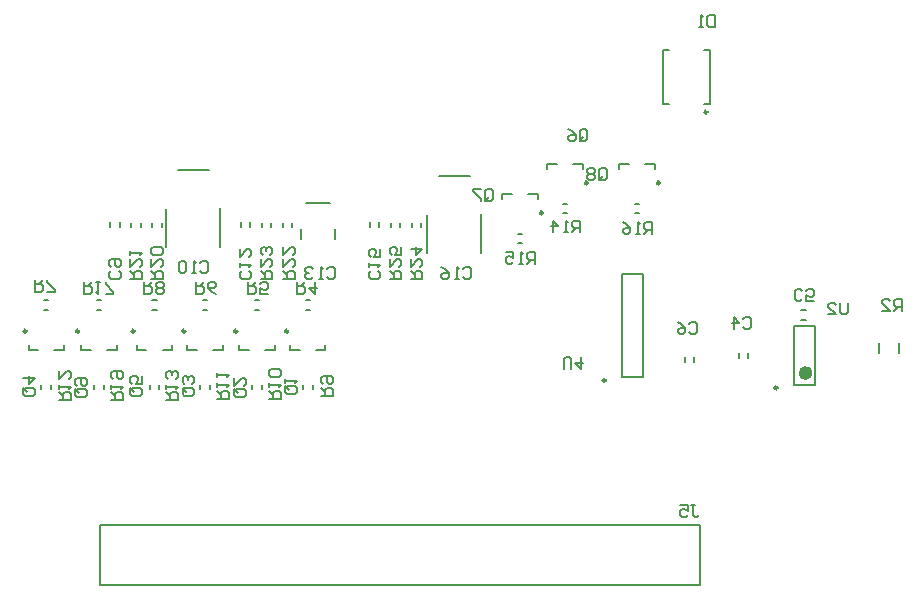
<source format=gbo>
%FSLAX25Y25*%
%MOIN*%
G70*
G01*
G75*
G04 Layer_Color=32896*
%ADD10C,0.00787*%
%ADD11C,0.01575*%
%ADD12C,0.02756*%
%ADD13C,0.03150*%
%ADD14C,0.01969*%
%ADD15C,0.01181*%
%ADD16C,0.03937*%
%ADD17C,0.02362*%
%ADD18C,0.05906*%
%ADD19R,0.03937X0.03937*%
%ADD20O,0.08661X0.02362*%
%ADD21C,0.03937*%
%ADD22R,0.09449X0.06693*%
%ADD23R,0.15748X0.06299*%
%ADD24R,0.07874X0.05512*%
%ADD25R,0.05512X0.07874*%
%ADD26R,0.01181X0.02874*%
%ADD27R,0.02874X0.01181*%
%ADD28R,0.09843X0.09843*%
%ADD29C,0.05906*%
%ADD30R,0.05118X0.05118*%
%ADD31C,0.05118*%
%ADD32R,0.06890X0.06890*%
%ADD33C,0.06890*%
%ADD34C,0.06102*%
%ADD35R,0.06102X0.06102*%
%ADD36R,0.06102X0.06102*%
%ADD37R,0.06102X0.06000*%
%ADD38C,0.19685*%
%ADD39R,0.08071X0.08071*%
%ADD40C,0.08071*%
%ADD41C,0.02756*%
%ADD42C,0.02362*%
%ADD43R,0.10039X0.11614*%
%ADD44R,0.03937X0.03937*%
%ADD45R,0.08976X0.07480*%
%ADD46R,0.02362X0.05512*%
%ADD47R,0.08583X0.06378*%
%ADD48O,0.07008X0.02362*%
%ADD49R,0.07087X0.05906*%
%ADD50C,0.01000*%
%ADD51C,0.00984*%
%ADD52C,0.00591*%
%ADD53C,0.06693*%
%ADD54R,0.04724X0.04724*%
%ADD55O,0.09449X0.03150*%
%ADD56C,0.04724*%
%ADD57R,0.10236X0.07480*%
%ADD58R,0.16535X0.07087*%
%ADD59R,0.08661X0.06299*%
%ADD60R,0.06299X0.08661*%
%ADD61R,0.01969X0.03661*%
%ADD62R,0.03661X0.01969*%
%ADD63R,0.10630X0.10630*%
%ADD64R,0.05906X0.05906*%
%ADD65R,0.07677X0.07677*%
%ADD66C,0.07677*%
%ADD67R,0.06890X0.06890*%
%ADD68R,0.06890X0.06787*%
%ADD69C,0.20472*%
%ADD70R,0.08858X0.08858*%
%ADD71C,0.08858*%
%ADD72C,0.03543*%
%ADD73R,0.10827X0.12402*%
%ADD74R,0.04724X0.04724*%
%ADD75R,0.09764X0.08268*%
%ADD76R,0.03150X0.06299*%
%ADD77R,0.09370X0.07165*%
%ADD78O,0.07795X0.03150*%
%ADD79R,0.07874X0.06693*%
D10*
X155100Y119500D02*
Y132500D01*
X137000Y119700D02*
Y132400D01*
X140900Y145400D02*
X151200D01*
X68100Y121500D02*
Y134500D01*
X50000Y121700D02*
Y134400D01*
X53900Y147400D02*
X64200D01*
X124900Y128300D02*
Y129700D01*
X128100Y128300D02*
Y129700D01*
X135100Y128300D02*
Y129700D01*
X131900Y128300D02*
Y129700D01*
X81900Y128300D02*
Y129700D01*
X85100Y128300D02*
Y129700D01*
X92100Y128300D02*
Y129700D01*
X88900Y128300D02*
Y129700D01*
X38400Y128300D02*
Y129700D01*
X41600Y128300D02*
Y129700D01*
X48600Y128300D02*
Y129700D01*
X45400Y128300D02*
Y129700D01*
X96555Y136158D02*
X104744D01*
X106161Y124425D02*
Y127575D01*
X95138Y124425D02*
Y127575D01*
X121075Y128213D02*
Y129787D01*
X117925Y128213D02*
Y129787D01*
X78075Y128213D02*
Y129787D01*
X74925Y128213D02*
Y129787D01*
X34575Y128213D02*
Y129787D01*
X31425Y128213D02*
Y129787D01*
X261713Y97425D02*
X263287D01*
X261713Y100575D02*
X263287D01*
X244075Y84713D02*
Y86287D01*
X240925Y84713D02*
Y86287D01*
X177094Y149256D02*
X180244D01*
X177094Y147681D02*
Y149256D01*
X185756D02*
X188906D01*
Y147681D02*
Y149256D01*
X45422Y103809D02*
X46822D01*
X45422Y100609D02*
X46822D01*
X26918Y103809D02*
X28318D01*
X26918Y100609D02*
X28318D01*
X9351Y103809D02*
X10751D01*
X9351Y100609D02*
X10751D01*
X62280Y103809D02*
X63680D01*
X62280Y100609D02*
X63680D01*
X79603Y103809D02*
X81003D01*
X79603Y100609D02*
X81003D01*
X96532Y103809D02*
X97932D01*
X96532Y100609D02*
X97932D01*
X201957Y78374D02*
Y112626D01*
X209043Y78374D02*
Y112626D01*
X201957Y78374D02*
X209043D01*
X201957Y112626D02*
X209043D01*
X222925Y83213D02*
Y84787D01*
X226075Y83213D02*
Y84787D01*
X27952Y8779D02*
Y28780D01*
Y8779D02*
X227953D01*
X27952Y28780D02*
X227953D01*
Y8779D02*
Y28780D01*
X231358Y169138D02*
Y187248D01*
X215610Y169138D02*
Y187248D01*
X229350Y169138D02*
X231358D01*
X229350Y187248D02*
X231358D01*
X215610Y169138D02*
X217618D01*
X215610Y187248D02*
X217618D01*
X206300Y136100D02*
X207700D01*
X206300Y132900D02*
X207700D01*
X201095Y149256D02*
X204244D01*
X201095Y147681D02*
Y149256D01*
X209756D02*
X212906D01*
Y147681D02*
Y149256D01*
X167300Y126100D02*
X168700D01*
X167300Y122900D02*
X168700D01*
X162094Y139256D02*
X165244D01*
X162094Y137681D02*
Y139256D01*
X170756D02*
X173906D01*
Y137681D02*
Y139256D01*
X182300Y136100D02*
X183700D01*
X182300Y132900D02*
X183700D01*
X78703Y74300D02*
Y75700D01*
X81903Y74300D02*
Y75700D01*
X95632Y74300D02*
Y75700D01*
X98832Y74300D02*
Y75700D01*
X61380Y74300D02*
Y75700D01*
X64580Y74300D02*
Y75700D01*
X8451Y74300D02*
Y75700D01*
X11651Y74300D02*
Y75700D01*
X44522Y74300D02*
Y75700D01*
X47722Y74300D02*
Y75700D01*
X26018Y74300D02*
Y75700D01*
X29218Y74300D02*
Y75700D01*
X30374Y87244D02*
X33524D01*
Y88819D01*
X21713Y87244D02*
X24862D01*
X21713D02*
Y88819D01*
X48878Y87244D02*
X52028D01*
Y88819D01*
X40216Y87244D02*
X43366D01*
X40216D02*
Y88819D01*
X12807Y87244D02*
X15957D01*
Y88819D01*
X4146Y87244D02*
X7295D01*
X4146D02*
Y88819D01*
X65736Y87244D02*
X68886D01*
Y88819D01*
X57075Y87244D02*
X60224D01*
X57075D02*
Y88819D01*
X83059Y87244D02*
X86209D01*
Y88819D01*
X74398Y87244D02*
X77547D01*
X74398D02*
Y88819D01*
X99988Y87244D02*
X103138D01*
Y88819D01*
X91327Y87244D02*
X94476D01*
X91327D02*
Y88819D01*
X259236Y95342D02*
X266323D01*
X259236Y75657D02*
X266323D01*
Y95342D01*
X259236Y75657D02*
Y95342D01*
X294200Y86300D02*
Y89700D01*
X287800Y86300D02*
Y89700D01*
D17*
X264354Y79594D02*
G03*
X264354Y79594I-1181J0D01*
G01*
D51*
X190579Y142957D02*
G03*
X190579Y142957I-492J0D01*
G01*
X196543Y77153D02*
G03*
X196543Y77153I-492J0D01*
G01*
X230433Y166579D02*
G03*
X230433Y166579I-492J0D01*
G01*
X214579Y142957D02*
G03*
X214579Y142957I-492J0D01*
G01*
X175579Y132957D02*
G03*
X175579Y132957I-492J0D01*
G01*
X21024Y93543D02*
G03*
X21024Y93543I-492J0D01*
G01*
X39528D02*
G03*
X39528Y93543I-492J0D01*
G01*
X3457D02*
G03*
X3457Y93543I-492J0D01*
G01*
X56386D02*
G03*
X56386Y93543I-492J0D01*
G01*
X73709D02*
G03*
X73709Y93543I-492J0D01*
G01*
X90638D02*
G03*
X90638Y93543I-492J0D01*
G01*
X253823Y74654D02*
G03*
X253823Y74654I-492J0D01*
G01*
D52*
X242427Y97525D02*
X243083Y98181D01*
X244395D01*
X245051Y97525D01*
Y94901D01*
X244395Y94245D01*
X243083D01*
X242427Y94901D01*
X239147Y94245D02*
Y98181D01*
X241115Y96213D01*
X238492D01*
X262124Y104220D02*
X261468Y103564D01*
X260156D01*
X259500Y104220D01*
Y106844D01*
X260156Y107500D01*
X261468D01*
X262124Y106844D01*
X266060Y103564D02*
X263436D01*
Y105532D01*
X264748Y104876D01*
X265404D01*
X266060Y105532D01*
Y106844D01*
X265404Y107500D01*
X264092D01*
X263436Y106844D01*
X224427Y96025D02*
X225083Y96680D01*
X226395D01*
X227051Y96025D01*
Y93401D01*
X226395Y92745D01*
X225083D01*
X224427Y93401D01*
X220492Y96680D02*
X221803Y96025D01*
X223115Y94713D01*
Y93401D01*
X222459Y92745D01*
X221147D01*
X220492Y93401D01*
Y94057D01*
X221147Y94713D01*
X223115D01*
X34280Y113624D02*
X34936Y112968D01*
Y111656D01*
X34280Y111000D01*
X31656D01*
X31000Y111656D01*
Y112968D01*
X31656Y113624D01*
Y114936D02*
X31000Y115592D01*
Y116904D01*
X31656Y117560D01*
X34280D01*
X34936Y116904D01*
Y115592D01*
X34280Y114936D01*
X33624D01*
X32968Y115592D01*
Y117560D01*
X77780Y113624D02*
X78436Y112968D01*
Y111656D01*
X77780Y111000D01*
X75156D01*
X74500Y111656D01*
Y112968D01*
X75156Y113624D01*
X74500Y114936D02*
Y116248D01*
Y115592D01*
X78436D01*
X77780Y114936D01*
X74500Y120839D02*
Y118216D01*
X77124Y120839D01*
X77780D01*
X78436Y120183D01*
Y118871D01*
X77780Y118216D01*
X120780Y113624D02*
X121436Y112968D01*
Y111656D01*
X120780Y111000D01*
X118156D01*
X117500Y111656D01*
Y112968D01*
X118156Y113624D01*
X117500Y114936D02*
Y116248D01*
Y115592D01*
X121436D01*
X120780Y114936D01*
X121436Y120839D02*
Y118216D01*
X119468D01*
X120124Y119527D01*
Y120183D01*
X119468Y120839D01*
X118156D01*
X117500Y120183D01*
Y118871D01*
X118156Y118216D01*
X61376Y116280D02*
X62032Y116936D01*
X63344D01*
X64000Y116280D01*
Y113656D01*
X63344Y113000D01*
X62032D01*
X61376Y113656D01*
X60064Y113000D02*
X58752D01*
X59408D01*
Y116936D01*
X60064Y116280D01*
X56784D02*
X56129Y116936D01*
X54817D01*
X54161Y116280D01*
Y113656D01*
X54817Y113000D01*
X56129D01*
X56784Y113656D01*
Y116280D01*
X103524Y114280D02*
X104180Y114936D01*
X105492D01*
X106148Y114280D01*
Y111656D01*
X105492Y111000D01*
X104180D01*
X103524Y111656D01*
X102212Y111000D02*
X100900D01*
X101556D01*
Y114936D01*
X102212Y114280D01*
X98933D02*
X98277Y114936D01*
X96965D01*
X96309Y114280D01*
Y113624D01*
X96965Y112968D01*
X97621D01*
X96965D01*
X96309Y112312D01*
Y111656D01*
X96965Y111000D01*
X98277D01*
X98933Y111656D01*
X148875Y114280D02*
X149531Y114936D01*
X150843D01*
X151498Y114280D01*
Y111656D01*
X150843Y111000D01*
X149531D01*
X148875Y111656D01*
X147563Y111000D02*
X146251D01*
X146907D01*
Y114936D01*
X147563Y114280D01*
X141659Y114936D02*
X142971Y114280D01*
X144283Y112968D01*
Y111656D01*
X143627Y111000D01*
X142315D01*
X141659Y111656D01*
Y112312D01*
X142315Y112968D01*
X144283D01*
X232833Y198974D02*
Y195038D01*
X230865D01*
X230209Y195694D01*
Y198318D01*
X230865Y198974D01*
X232833D01*
X228897Y195038D02*
X227586D01*
X228241D01*
Y198974D01*
X228897Y198318D01*
X225127Y35680D02*
X226439D01*
X225783D01*
Y32401D01*
X226439Y31745D01*
X227095D01*
X227751Y32401D01*
X221192Y35680D02*
X223815D01*
Y33713D01*
X222503Y34369D01*
X221848D01*
X221192Y33713D01*
Y32401D01*
X221848Y31745D01*
X223159D01*
X223815Y32401D01*
X187827Y157601D02*
Y160225D01*
X188483Y160880D01*
X189795D01*
X190451Y160225D01*
Y157601D01*
X189795Y156945D01*
X188483D01*
X189139Y158257D02*
X187827Y156945D01*
X188483D02*
X187827Y157601D01*
X183891Y160880D02*
X185203Y160225D01*
X186515Y158913D01*
Y157601D01*
X185859Y156945D01*
X184547D01*
X183891Y157601D01*
Y158257D01*
X184547Y158913D01*
X186515D01*
X90389Y75124D02*
X93012D01*
X93668Y74468D01*
Y73156D01*
X93012Y72500D01*
X90389D01*
X89733Y73156D01*
Y74468D01*
X91044Y73812D02*
X89733Y75124D01*
Y74468D02*
X90389Y75124D01*
X89733Y76436D02*
Y77748D01*
Y77092D01*
X93668D01*
X93012Y76436D01*
X156376Y137656D02*
Y140280D01*
X157032Y140936D01*
X158344D01*
X159000Y140280D01*
Y137656D01*
X158344Y137000D01*
X157032D01*
X157688Y138312D02*
X156376Y137000D01*
X157032D02*
X156376Y137656D01*
X155064Y140936D02*
X152440D01*
Y140280D01*
X155064Y137656D01*
Y137000D01*
X73459Y74124D02*
X76083D01*
X76739Y73468D01*
Y72156D01*
X76083Y71500D01*
X73459D01*
X72803Y72156D01*
Y73468D01*
X74115Y72812D02*
X72803Y74124D01*
Y73468D02*
X73459Y74124D01*
X72803Y78060D02*
Y75436D01*
X75427Y78060D01*
X76083D01*
X76739Y77404D01*
Y76092D01*
X76083Y75436D01*
X194376Y144656D02*
Y147280D01*
X195032Y147936D01*
X196344D01*
X197000Y147280D01*
Y144656D01*
X196344Y144000D01*
X195032D01*
X195688Y145312D02*
X194376Y144000D01*
X195032D02*
X194376Y144656D01*
X193064Y147280D02*
X192408Y147936D01*
X191096D01*
X190440Y147280D01*
Y146624D01*
X191096Y145968D01*
X190440Y145312D01*
Y144656D01*
X191096Y144000D01*
X192408D01*
X193064Y144656D01*
Y145312D01*
X192408Y145968D01*
X193064Y146624D01*
Y147280D01*
X192408Y145968D02*
X191096D01*
X56137Y74624D02*
X58760D01*
X59416Y73968D01*
Y72656D01*
X58760Y72000D01*
X56137D01*
X55481Y72656D01*
Y73968D01*
X56792Y73312D02*
X55481Y74624D01*
Y73968D02*
X56137Y74624D01*
X58760Y75936D02*
X59416Y76592D01*
Y77904D01*
X58760Y78560D01*
X58104D01*
X57449Y77904D01*
Y77248D01*
Y77904D01*
X56792Y78560D01*
X56137D01*
X55481Y77904D01*
Y76592D01*
X56137Y75936D01*
X2967Y74624D02*
X5591D01*
X6247Y73968D01*
Y72656D01*
X5591Y72000D01*
X2967D01*
X2311Y72656D01*
Y73968D01*
X3623Y73312D02*
X2311Y74624D01*
Y73968D02*
X2967Y74624D01*
X2311Y77904D02*
X6247D01*
X4279Y75936D01*
Y78560D01*
X20274Y74124D02*
X22898D01*
X23554Y73468D01*
Y72156D01*
X22898Y71500D01*
X20274D01*
X19618Y72156D01*
Y73468D01*
X20930Y72812D02*
X19618Y74124D01*
Y73468D02*
X20274Y74124D01*
Y75436D02*
X19618Y76092D01*
Y77404D01*
X20274Y78060D01*
X22898D01*
X23554Y77404D01*
Y76092D01*
X22898Y75436D01*
X22242D01*
X21586Y76092D01*
Y78060D01*
X38778Y74624D02*
X41402D01*
X42058Y73968D01*
Y72656D01*
X41402Y72000D01*
X38778D01*
X38122Y72656D01*
Y73968D01*
X39434Y73312D02*
X38122Y74624D01*
Y73968D02*
X38778Y74624D01*
X42058Y78560D02*
Y75936D01*
X40090D01*
X40746Y77248D01*
Y77904D01*
X40090Y78560D01*
X38778D01*
X38122Y77904D01*
Y76592D01*
X38778Y75936D01*
X295151Y100245D02*
Y104181D01*
X293183D01*
X292527Y103525D01*
Y102213D01*
X293183Y101557D01*
X295151D01*
X293839D02*
X292527Y100245D01*
X288592D02*
X291215D01*
X288592Y102869D01*
Y103525D01*
X289247Y104181D01*
X290559D01*
X291215Y103525D01*
X188000Y126500D02*
Y130436D01*
X186032D01*
X185376Y129780D01*
Y128468D01*
X186032Y127812D01*
X188000D01*
X186688D02*
X185376Y126500D01*
X184064D02*
X182752D01*
X183408D01*
Y130436D01*
X184064Y129780D01*
X178817Y126500D02*
Y130436D01*
X180784Y128468D01*
X178161D01*
X93732Y110000D02*
Y106064D01*
X95700D01*
X96356Y106720D01*
Y108032D01*
X95700Y108688D01*
X93732D01*
X95044D02*
X96356Y110000D01*
X99636D02*
Y106064D01*
X97668Y108032D01*
X100292D01*
X101732Y72000D02*
X105668D01*
Y73968D01*
X105012Y74624D01*
X103700D01*
X103044Y73968D01*
Y72000D01*
Y73312D02*
X101732Y74624D01*
X102388Y75936D02*
X101732Y76592D01*
Y77904D01*
X102388Y78560D01*
X105012D01*
X105668Y77904D01*
Y76592D01*
X105012Y75936D01*
X104356D01*
X103700Y76592D01*
Y78560D01*
X173000Y116000D02*
Y119936D01*
X171032D01*
X170376Y119280D01*
Y117968D01*
X171032Y117312D01*
X173000D01*
X171688D02*
X170376Y116000D01*
X169064D02*
X167752D01*
X168408D01*
Y119936D01*
X169064Y119280D01*
X163161Y119936D02*
X165785D01*
Y117968D01*
X164473Y118624D01*
X163817D01*
X163161Y117968D01*
Y116656D01*
X163817Y116000D01*
X165129D01*
X165785Y116656D01*
X77303Y110000D02*
Y106064D01*
X79271D01*
X79927Y106720D01*
Y108032D01*
X79271Y108688D01*
X77303D01*
X78615D02*
X79927Y110000D01*
X83863Y106064D02*
X81239D01*
Y108032D01*
X82551Y107376D01*
X83207D01*
X83863Y108032D01*
Y109344D01*
X83207Y110000D01*
X81895D01*
X81239Y109344D01*
X84303Y71000D02*
X88239D01*
Y72968D01*
X87583Y73624D01*
X86271D01*
X85615Y72968D01*
Y71000D01*
Y72312D02*
X84303Y73624D01*
Y74936D02*
Y76248D01*
Y75592D01*
X88239D01*
X87583Y74936D01*
Y78215D02*
X88239Y78872D01*
Y80183D01*
X87583Y80839D01*
X84959D01*
X84303Y80183D01*
Y78872D01*
X84959Y78215D01*
X87583D01*
X212000Y126000D02*
Y129936D01*
X210032D01*
X209376Y129280D01*
Y127968D01*
X210032Y127312D01*
X212000D01*
X210688D02*
X209376Y126000D01*
X208064D02*
X206752D01*
X207408D01*
Y129936D01*
X208064Y129280D01*
X202161Y129936D02*
X203473Y129280D01*
X204784Y127968D01*
Y126656D01*
X204129Y126000D01*
X202817D01*
X202161Y126656D01*
Y127312D01*
X202817Y127968D01*
X204784D01*
X59980Y110000D02*
Y106064D01*
X61948D01*
X62604Y106720D01*
Y108032D01*
X61948Y108688D01*
X59980D01*
X61292D02*
X62604Y110000D01*
X66540Y106064D02*
X65228Y106720D01*
X63916Y108032D01*
Y109344D01*
X64572Y110000D01*
X65884D01*
X66540Y109344D01*
Y108688D01*
X65884Y108032D01*
X63916D01*
X66980Y71000D02*
X70916D01*
Y72968D01*
X70260Y73624D01*
X68948D01*
X68292Y72968D01*
Y71000D01*
Y72312D02*
X66980Y73624D01*
Y74936D02*
Y76248D01*
Y75592D01*
X70916D01*
X70260Y74936D01*
X66980Y78215D02*
Y79527D01*
Y78872D01*
X70916D01*
X70260Y78215D01*
X6311Y110500D02*
Y106564D01*
X8279D01*
X8935Y107220D01*
Y108532D01*
X8279Y109188D01*
X6311D01*
X7623D02*
X8935Y110500D01*
X10247Y106564D02*
X12871D01*
Y107220D01*
X10247Y109844D01*
Y110500D01*
X14311Y70500D02*
X18247D01*
Y72468D01*
X17591Y73124D01*
X16279D01*
X15623Y72468D01*
Y70500D01*
Y71812D02*
X14311Y73124D01*
Y74436D02*
Y75748D01*
Y75092D01*
X18247D01*
X17591Y74436D01*
X14311Y80339D02*
Y77715D01*
X16935Y80339D01*
X17591D01*
X18247Y79683D01*
Y78372D01*
X17591Y77715D01*
X22618Y110000D02*
Y106064D01*
X24586D01*
X25242Y106720D01*
Y108032D01*
X24586Y108688D01*
X22618D01*
X23930D02*
X25242Y110000D01*
X26554D02*
X27866D01*
X27210D01*
Y106064D01*
X26554Y106720D01*
X29834Y106064D02*
X32458D01*
Y106720D01*
X29834Y109344D01*
Y110000D01*
X31618Y70500D02*
X35554D01*
Y72468D01*
X34898Y73124D01*
X33586D01*
X32930Y72468D01*
Y70500D01*
Y71812D02*
X31618Y73124D01*
Y74436D02*
Y75748D01*
Y75092D01*
X35554D01*
X34898Y74436D01*
X32274Y77715D02*
X31618Y78372D01*
Y79683D01*
X32274Y80339D01*
X34898D01*
X35554Y79683D01*
Y78372D01*
X34898Y77715D01*
X34242D01*
X33586Y78372D01*
Y80339D01*
X42622Y110000D02*
Y106064D01*
X44590D01*
X45246Y106720D01*
Y108032D01*
X44590Y108688D01*
X42622D01*
X43934D02*
X45246Y110000D01*
X46558Y106720D02*
X47214Y106064D01*
X48526D01*
X49182Y106720D01*
Y107376D01*
X48526Y108032D01*
X49182Y108688D01*
Y109344D01*
X48526Y110000D01*
X47214D01*
X46558Y109344D01*
Y108688D01*
X47214Y108032D01*
X46558Y107376D01*
Y106720D01*
X47214Y108032D02*
X48526D01*
X50122Y70500D02*
X54058D01*
Y72468D01*
X53402Y73124D01*
X52090D01*
X51434Y72468D01*
Y70500D01*
Y71812D02*
X50122Y73124D01*
Y74436D02*
Y75748D01*
Y75092D01*
X54058D01*
X53402Y74436D01*
Y77715D02*
X54058Y78372D01*
Y79683D01*
X53402Y80339D01*
X52746D01*
X52090Y79683D01*
Y79027D01*
Y79683D01*
X51434Y80339D01*
X50778D01*
X50122Y79683D01*
Y78372D01*
X50778Y77715D01*
X45000Y111000D02*
X48936D01*
Y112968D01*
X48280Y113624D01*
X46968D01*
X46312Y112968D01*
Y111000D01*
Y112312D02*
X45000Y113624D01*
Y117560D02*
Y114936D01*
X47624Y117560D01*
X48280D01*
X48936Y116904D01*
Y115592D01*
X48280Y114936D01*
Y118871D02*
X48936Y119527D01*
Y120839D01*
X48280Y121495D01*
X45656D01*
X45000Y120839D01*
Y119527D01*
X45656Y118871D01*
X48280D01*
X38000Y111000D02*
X41936D01*
Y112968D01*
X41280Y113624D01*
X39968D01*
X39312Y112968D01*
Y111000D01*
Y112312D02*
X38000Y113624D01*
Y117560D02*
Y114936D01*
X40624Y117560D01*
X41280D01*
X41936Y116904D01*
Y115592D01*
X41280Y114936D01*
X38000Y118871D02*
Y120183D01*
Y119527D01*
X41936D01*
X41280Y118871D01*
X89000Y111000D02*
X92936D01*
Y112968D01*
X92280Y113624D01*
X90968D01*
X90312Y112968D01*
Y111000D01*
Y112312D02*
X89000Y113624D01*
Y117560D02*
Y114936D01*
X91624Y117560D01*
X92280D01*
X92936Y116904D01*
Y115592D01*
X92280Y114936D01*
X89000Y121495D02*
Y118871D01*
X91624Y121495D01*
X92280D01*
X92936Y120839D01*
Y119527D01*
X92280Y118871D01*
X81500Y111000D02*
X85436D01*
Y112968D01*
X84780Y113624D01*
X83468D01*
X82812Y112968D01*
Y111000D01*
Y112312D02*
X81500Y113624D01*
Y117560D02*
Y114936D01*
X84124Y117560D01*
X84780D01*
X85436Y116904D01*
Y115592D01*
X84780Y114936D01*
Y118871D02*
X85436Y119527D01*
Y120839D01*
X84780Y121495D01*
X84124D01*
X83468Y120839D01*
Y120183D01*
Y120839D01*
X82812Y121495D01*
X82156D01*
X81500Y120839D01*
Y119527D01*
X82156Y118871D01*
X131500Y111000D02*
X135436D01*
Y112968D01*
X134780Y113624D01*
X133468D01*
X132812Y112968D01*
Y111000D01*
Y112312D02*
X131500Y113624D01*
Y117560D02*
Y114936D01*
X134124Y117560D01*
X134780D01*
X135436Y116904D01*
Y115592D01*
X134780Y114936D01*
X131500Y120839D02*
X135436D01*
X133468Y118871D01*
Y121495D01*
X124500Y111000D02*
X128436D01*
Y112968D01*
X127780Y113624D01*
X126468D01*
X125812Y112968D01*
Y111000D01*
Y112312D02*
X124500Y113624D01*
Y117560D02*
Y114936D01*
X127124Y117560D01*
X127780D01*
X128436Y116904D01*
Y115592D01*
X127780Y114936D01*
X128436Y121495D02*
Y118871D01*
X126468D01*
X127124Y120183D01*
Y120839D01*
X126468Y121495D01*
X125156D01*
X124500Y120839D01*
Y119527D01*
X125156Y118871D01*
X277151Y103080D02*
Y99801D01*
X276495Y99145D01*
X275183D01*
X274527Y99801D01*
Y103080D01*
X270591Y99145D02*
X273215D01*
X270591Y101769D01*
Y102425D01*
X271248Y103080D01*
X272559D01*
X273215Y102425D01*
X182500Y81064D02*
Y84344D01*
X183156Y85000D01*
X184468D01*
X185124Y84344D01*
Y81064D01*
X188404Y85000D02*
Y81064D01*
X186436Y83032D01*
X189060D01*
M02*

</source>
